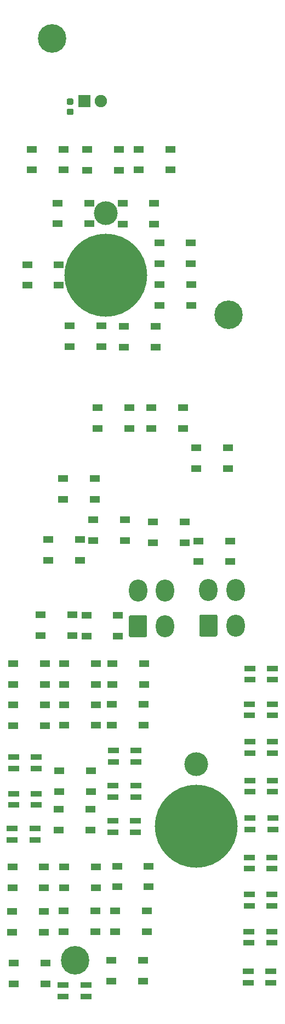
<source format=gbr>
%TF.GenerationSoftware,KiCad,Pcbnew,(5.1.6)-1*%
%TF.CreationDate,2021-08-23T14:52:40+10:00*%
%TF.ProjectId,SPIN RCV Panel PCB V1,5350494e-2052-4435-9620-50616e656c20,rev?*%
%TF.SameCoordinates,Original*%
%TF.FileFunction,Soldermask,Top*%
%TF.FilePolarity,Negative*%
%FSLAX46Y46*%
G04 Gerber Fmt 4.6, Leading zero omitted, Abs format (unit mm)*
G04 Created by KiCad (PCBNEW (5.1.6)-1) date 2021-08-23 14:52:40*
%MOMM*%
%LPD*%
G01*
G04 APERTURE LIST*
%ADD10C,4.400000*%
%ADD11C,12.800000*%
%ADD12C,3.672000*%
%ADD13O,2.800000X3.400000*%
%ADD14R,1.700000X0.950000*%
%ADD15R,1.600000X1.100000*%
%ADD16C,1.900000*%
%ADD17R,1.900000X1.900000*%
G04 APERTURE END LIST*
D10*
%TO.C,REF\u002A\u002A*%
X243321123Y-153885436D03*
%TD*%
%TO.C,REF\u002A\u002A*%
X267006623Y-54380936D03*
%TD*%
%TO.C,REF\u002A\u002A*%
X239765123Y-11835936D03*
%TD*%
D11*
%TO.C,REF\u002A\u002A*%
X248083623Y-48284936D03*
X248083623Y-48284936D03*
D12*
X248083623Y-38759936D03*
%TD*%
D11*
%TO.C,REF\u002A\u002A*%
X262053623Y-133215091D03*
X262053623Y-133215091D03*
D12*
X262053623Y-123690091D03*
%TD*%
D13*
%TO.C,J2*%
X257235000Y-96900000D03*
X253035000Y-96900000D03*
X257235000Y-102400000D03*
G36*
G01*
X251635000Y-103839600D02*
X251635000Y-100960400D01*
G75*
G02*
X251895400Y-100700000I260400J0D01*
G01*
X254174600Y-100700000D01*
G75*
G02*
X254435000Y-100960400I0J-260400D01*
G01*
X254435000Y-103839600D01*
G75*
G02*
X254174600Y-104100000I-260400J0D01*
G01*
X251895400Y-104100000D01*
G75*
G02*
X251635000Y-103839600I0J260400D01*
G01*
G37*
%TD*%
%TO.C,J1*%
X268100000Y-96800000D03*
X263900000Y-96800000D03*
X268100000Y-102300000D03*
G36*
G01*
X262500000Y-103739600D02*
X262500000Y-100860400D01*
G75*
G02*
X262760400Y-100600000I260400J0D01*
G01*
X265039600Y-100600000D01*
G75*
G02*
X265300000Y-100860400I0J-260400D01*
G01*
X265300000Y-103739600D01*
G75*
G02*
X265039600Y-104000000I-260400J0D01*
G01*
X262760400Y-104000000D01*
G75*
G02*
X262500000Y-103739600I0J260400D01*
G01*
G37*
%TD*%
D14*
%TO.C,D53*%
X270058000Y-155600000D03*
X270058000Y-157350000D03*
X273558000Y-155600000D03*
X273558000Y-157350000D03*
%TD*%
%TO.C,D51*%
X241494000Y-157722000D03*
X241494000Y-159472000D03*
X244994000Y-157722000D03*
X244994000Y-159472000D03*
%TD*%
%TO.C,D49*%
X270196000Y-149442000D03*
X270196000Y-151192000D03*
X273696000Y-149442000D03*
X273696000Y-151192000D03*
%TD*%
%TO.C,D45*%
X270208000Y-143727000D03*
X270208000Y-145477000D03*
X273708000Y-143727000D03*
X273708000Y-145477000D03*
%TD*%
%TO.C,D44*%
X270222000Y-138037000D03*
X270222000Y-139787000D03*
X273722000Y-138037000D03*
X273722000Y-139787000D03*
%TD*%
%TO.C,D40*%
X270360000Y-131967000D03*
X270360000Y-133717000D03*
X273860000Y-131967000D03*
X273860000Y-133717000D03*
%TD*%
%TO.C,D39*%
X249154000Y-132410000D03*
X249154000Y-134160000D03*
X252654000Y-132410000D03*
X252654000Y-134160000D03*
%TD*%
%TO.C,D37*%
X233618000Y-133592000D03*
X233618000Y-135342000D03*
X237118000Y-133592000D03*
X237118000Y-135342000D03*
%TD*%
%TO.C,D36*%
X270337000Y-126162000D03*
X270337000Y-127912000D03*
X273837000Y-126162000D03*
X273837000Y-127912000D03*
%TD*%
%TO.C,D35*%
X249179000Y-126975000D03*
X249179000Y-128725000D03*
X252679000Y-126975000D03*
X252679000Y-128725000D03*
%TD*%
%TO.C,D34*%
X233823000Y-128208000D03*
X233823000Y-129958000D03*
X237323000Y-128208000D03*
X237323000Y-129958000D03*
%TD*%
%TO.C,D33*%
X270287000Y-120193000D03*
X270287000Y-121943000D03*
X273787000Y-120193000D03*
X273787000Y-121943000D03*
%TD*%
%TO.C,D32*%
X249205000Y-121539000D03*
X249205000Y-123289000D03*
X252705000Y-121539000D03*
X252705000Y-123289000D03*
%TD*%
%TO.C,D30*%
X233838000Y-122580000D03*
X233838000Y-124330000D03*
X237338000Y-122580000D03*
X237338000Y-124330000D03*
%TD*%
%TO.C,D29*%
X270256000Y-114402000D03*
X270256000Y-116152000D03*
X273756000Y-114402000D03*
X273756000Y-116152000D03*
%TD*%
%TO.C,D25*%
X270300000Y-108900000D03*
X270300000Y-110650000D03*
X273800000Y-108900000D03*
X273800000Y-110650000D03*
%TD*%
%TO.C,R1*%
G36*
G01*
X242263750Y-22626600D02*
X242826250Y-22626600D01*
G75*
G02*
X243070000Y-22870350I0J-243750D01*
G01*
X243070000Y-23357850D01*
G75*
G02*
X242826250Y-23601600I-243750J0D01*
G01*
X242263750Y-23601600D01*
G75*
G02*
X242020000Y-23357850I0J243750D01*
G01*
X242020000Y-22870350D01*
G75*
G02*
X242263750Y-22626600I243750J0D01*
G01*
G37*
G36*
G01*
X242263750Y-21051600D02*
X242826250Y-21051600D01*
G75*
G02*
X243070000Y-21295350I0J-243750D01*
G01*
X243070000Y-21782850D01*
G75*
G02*
X242826250Y-22026600I-243750J0D01*
G01*
X242263750Y-22026600D01*
G75*
G02*
X242020000Y-21782850I0J243750D01*
G01*
X242020000Y-21295350D01*
G75*
G02*
X242263750Y-21051600I243750J0D01*
G01*
G37*
%TD*%
D15*
%TO.C,D52*%
X248897000Y-153924000D03*
X248897000Y-157124000D03*
X253797000Y-153924000D03*
X253797000Y-157124000D03*
%TD*%
%TO.C,D50*%
X233858000Y-154305000D03*
X233858000Y-157505000D03*
X238758000Y-154305000D03*
X238758000Y-157505000D03*
%TD*%
%TO.C,D48*%
X249532000Y-146304000D03*
X249532000Y-149504000D03*
X254432000Y-146304000D03*
X254432000Y-149504000D03*
%TD*%
%TO.C,D47*%
X241531000Y-146304000D03*
X241531000Y-149504000D03*
X246431000Y-146304000D03*
X246431000Y-149504000D03*
%TD*%
%TO.C,D46*%
X233578000Y-146381000D03*
X233578000Y-149581000D03*
X238478000Y-146381000D03*
X238478000Y-149581000D03*
%TD*%
%TO.C,D43*%
X249797000Y-139370000D03*
X249797000Y-142570000D03*
X254697000Y-139370000D03*
X254697000Y-142570000D03*
%TD*%
%TO.C,D42*%
X241630000Y-139471000D03*
X241630000Y-142671000D03*
X246530000Y-139471000D03*
X246530000Y-142671000D03*
%TD*%
%TO.C,D41*%
X233631000Y-139522000D03*
X233631000Y-142722000D03*
X238531000Y-139522000D03*
X238531000Y-142722000D03*
%TD*%
%TO.C,D38*%
X240800000Y-130600000D03*
X240800000Y-133800000D03*
X245700000Y-130600000D03*
X245700000Y-133800000D03*
%TD*%
%TO.C,D31*%
X240900000Y-124700000D03*
X240900000Y-127900000D03*
X245800000Y-124700000D03*
X245800000Y-127900000D03*
%TD*%
%TO.C,D28*%
X249024000Y-114453000D03*
X249024000Y-117653000D03*
X253924000Y-114453000D03*
X253924000Y-117653000D03*
%TD*%
%TO.C,D27*%
X241607000Y-114478000D03*
X241607000Y-117678000D03*
X246507000Y-114478000D03*
X246507000Y-117678000D03*
%TD*%
%TO.C,D26*%
X233784000Y-114503000D03*
X233784000Y-117703000D03*
X238684000Y-114503000D03*
X238684000Y-117703000D03*
%TD*%
%TO.C,D24*%
X249049000Y-108179000D03*
X249049000Y-111379000D03*
X253949000Y-108179000D03*
X253949000Y-111379000D03*
%TD*%
%TO.C,D23*%
X241644000Y-108179000D03*
X241644000Y-111379000D03*
X246544000Y-108179000D03*
X246544000Y-111379000D03*
%TD*%
%TO.C,D22*%
X233758000Y-108179000D03*
X233758000Y-111379000D03*
X238658000Y-108179000D03*
X238658000Y-111379000D03*
%TD*%
%TO.C,D21*%
X245061000Y-100711000D03*
X245061000Y-103911000D03*
X249961000Y-100711000D03*
X249961000Y-103911000D03*
%TD*%
%TO.C,D20*%
X237975000Y-100660000D03*
X237975000Y-103860000D03*
X242875000Y-100660000D03*
X242875000Y-103860000D03*
%TD*%
%TO.C,D19*%
X241452000Y-79654400D03*
X241452000Y-82854400D03*
X246352000Y-79654400D03*
X246352000Y-82854400D03*
%TD*%
%TO.C,D18*%
X239143000Y-89027000D03*
X239143000Y-92227000D03*
X244043000Y-89027000D03*
X244043000Y-92227000D03*
%TD*%
%TO.C,D17*%
X246103000Y-85979000D03*
X246103000Y-89179000D03*
X251003000Y-85979000D03*
X251003000Y-89179000D03*
%TD*%
%TO.C,D16*%
X255374000Y-86334600D03*
X255374000Y-89534600D03*
X260274000Y-86334600D03*
X260274000Y-89534600D03*
%TD*%
%TO.C,D15*%
X262384000Y-89255600D03*
X262384000Y-92455600D03*
X267284000Y-89255600D03*
X267284000Y-92455600D03*
%TD*%
%TO.C,D14*%
X262029000Y-74904600D03*
X262029000Y-78104600D03*
X266929000Y-74904600D03*
X266929000Y-78104600D03*
%TD*%
%TO.C,D13*%
X255094000Y-68732400D03*
X255094000Y-71932400D03*
X259994000Y-68732400D03*
X259994000Y-71932400D03*
%TD*%
%TO.C,D12*%
X246763000Y-68707000D03*
X246763000Y-71907000D03*
X251663000Y-68707000D03*
X251663000Y-71907000D03*
%TD*%
%TO.C,D11*%
X235917000Y-46659800D03*
X235917000Y-49859800D03*
X240817000Y-46659800D03*
X240817000Y-49859800D03*
%TD*%
%TO.C,D10*%
X242494000Y-56134000D03*
X242494000Y-59334000D03*
X247394000Y-56134000D03*
X247394000Y-59334000D03*
%TD*%
%TO.C,D9*%
X250853000Y-56159800D03*
X250853000Y-59359800D03*
X255753000Y-56159800D03*
X255753000Y-59359800D03*
%TD*%
%TO.C,D8*%
X256388000Y-49733600D03*
X256388000Y-52933600D03*
X261288000Y-49733600D03*
X261288000Y-52933600D03*
%TD*%
%TO.C,D7*%
X256325000Y-43332600D03*
X256325000Y-46532600D03*
X261225000Y-43332600D03*
X261225000Y-46532600D03*
%TD*%
%TO.C,D6*%
X250649000Y-37236800D03*
X250649000Y-40436800D03*
X255549000Y-37236800D03*
X255549000Y-40436800D03*
%TD*%
%TO.C,D5*%
X240616000Y-37185600D03*
X240616000Y-40385600D03*
X245516000Y-37185600D03*
X245516000Y-40385600D03*
%TD*%
%TO.C,D4*%
X253139000Y-28880200D03*
X253139000Y-32080200D03*
X258039000Y-28880200D03*
X258039000Y-32080200D03*
%TD*%
%TO.C,D3*%
X245161000Y-28905600D03*
X245161000Y-32105600D03*
X250061000Y-28905600D03*
X250061000Y-32105600D03*
%TD*%
%TO.C,D2*%
X236601000Y-28879800D03*
X236601000Y-32079800D03*
X241501000Y-28879800D03*
X241501000Y-32079800D03*
%TD*%
D16*
%TO.C,D1*%
X247294000Y-21500000D03*
D17*
X244754000Y-21500000D03*
%TD*%
M02*

</source>
